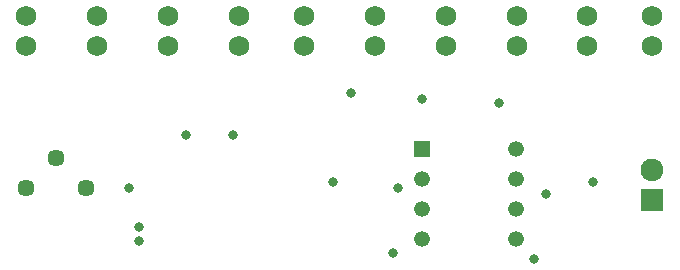
<source format=gbs>
G04*
G04 #@! TF.GenerationSoftware,Altium Limited,Altium Designer,23.1.1 (15)*
G04*
G04 Layer_Color=16711935*
%FSLAX44Y44*%
%MOMM*%
G71*
G04*
G04 #@! TF.SameCoordinates,C741470B-7C4C-4177-9209-F2D843503FCF*
G04*
G04*
G04 #@! TF.FilePolarity,Negative*
G04*
G01*
G75*
%ADD23C,1.3332*%
%ADD24R,1.3332X1.3332*%
%ADD25C,1.9282*%
%ADD26R,1.9282X1.9282*%
%ADD27C,1.7272*%
%ADD28C,1.4532*%
%ADD29C,0.8032*%
D23*
X449700Y98100D02*
D03*
Y72700D02*
D03*
Y47300D02*
D03*
Y21900D02*
D03*
X370300D02*
D03*
Y47300D02*
D03*
Y72700D02*
D03*
D24*
Y98100D02*
D03*
D25*
X565000Y80000D02*
D03*
D26*
Y54600D02*
D03*
D27*
X35000Y185000D02*
D03*
Y210400D02*
D03*
X155000D02*
D03*
Y185000D02*
D03*
X565000Y210400D02*
D03*
Y185000D02*
D03*
X95000Y210400D02*
D03*
Y185000D02*
D03*
X510000Y210400D02*
D03*
Y185000D02*
D03*
X450000Y210400D02*
D03*
Y185000D02*
D03*
X390000Y210400D02*
D03*
Y185000D02*
D03*
X330000Y210400D02*
D03*
Y185000D02*
D03*
X270000Y210400D02*
D03*
Y185000D02*
D03*
X215000Y210400D02*
D03*
Y185000D02*
D03*
D28*
X35000Y65000D02*
D03*
X60400Y90400D02*
D03*
X85800Y65000D02*
D03*
D29*
X130000Y32095D02*
D03*
X122095Y65000D02*
D03*
X295000Y70000D02*
D03*
X130000Y20000D02*
D03*
X345000Y10000D02*
D03*
X350000Y65000D02*
D03*
X515000Y70000D02*
D03*
X475000Y60000D02*
D03*
X465000Y5000D02*
D03*
X435000Y136525D02*
D03*
X310000Y145000D02*
D03*
X370000Y140000D02*
D03*
X210000Y110000D02*
D03*
X170000D02*
D03*
M02*

</source>
